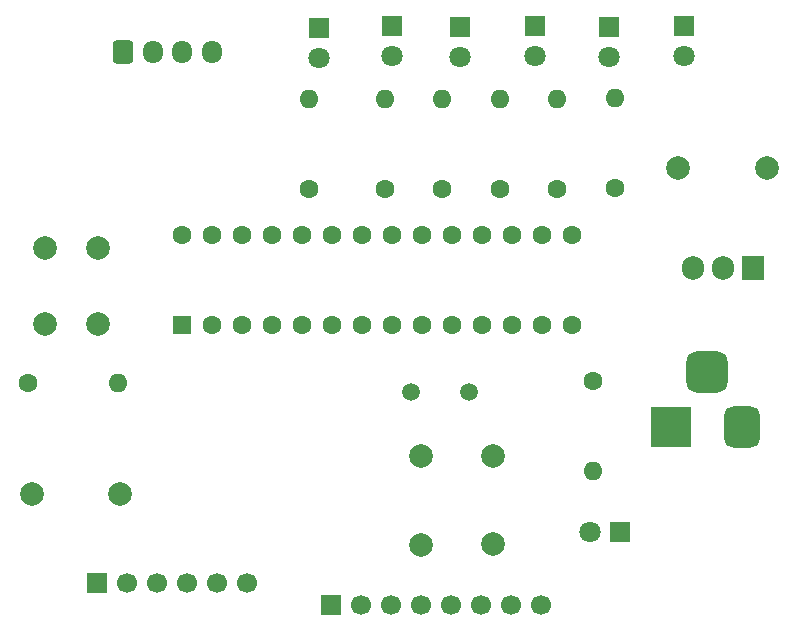
<source format=gbr>
%TF.GenerationSoftware,KiCad,Pcbnew,9.0.1*%
%TF.CreationDate,2025-06-17T17:02:24+01:00*%
%TF.ProjectId,Test_22,54657374-5f32-4322-9e6b-696361645f70,rev?*%
%TF.SameCoordinates,Original*%
%TF.FileFunction,Copper,L1,Top*%
%TF.FilePolarity,Positive*%
%FSLAX46Y46*%
G04 Gerber Fmt 4.6, Leading zero omitted, Abs format (unit mm)*
G04 Created by KiCad (PCBNEW 9.0.1) date 2025-06-17 17:02:24*
%MOMM*%
%LPD*%
G01*
G04 APERTURE LIST*
G04 Aperture macros list*
%AMRoundRect*
0 Rectangle with rounded corners*
0 $1 Rounding radius*
0 $2 $3 $4 $5 $6 $7 $8 $9 X,Y pos of 4 corners*
0 Add a 4 corners polygon primitive as box body*
4,1,4,$2,$3,$4,$5,$6,$7,$8,$9,$2,$3,0*
0 Add four circle primitives for the rounded corners*
1,1,$1+$1,$2,$3*
1,1,$1+$1,$4,$5*
1,1,$1+$1,$6,$7*
1,1,$1+$1,$8,$9*
0 Add four rect primitives between the rounded corners*
20,1,$1+$1,$2,$3,$4,$5,0*
20,1,$1+$1,$4,$5,$6,$7,0*
20,1,$1+$1,$6,$7,$8,$9,0*
20,1,$1+$1,$8,$9,$2,$3,0*%
G04 Aperture macros list end*
%TA.AperFunction,ComponentPad*%
%ADD10C,1.500000*%
%TD*%
%TA.AperFunction,ComponentPad*%
%ADD11C,1.600000*%
%TD*%
%TA.AperFunction,ComponentPad*%
%ADD12O,1.600000X1.600000*%
%TD*%
%TA.AperFunction,ComponentPad*%
%ADD13C,2.000000*%
%TD*%
%TA.AperFunction,ComponentPad*%
%ADD14R,1.800000X1.800000*%
%TD*%
%TA.AperFunction,ComponentPad*%
%ADD15C,1.800000*%
%TD*%
%TA.AperFunction,ComponentPad*%
%ADD16R,3.500000X3.500000*%
%TD*%
%TA.AperFunction,ComponentPad*%
%ADD17RoundRect,0.750000X0.750000X1.000000X-0.750000X1.000000X-0.750000X-1.000000X0.750000X-1.000000X0*%
%TD*%
%TA.AperFunction,ComponentPad*%
%ADD18RoundRect,0.875000X0.875000X0.875000X-0.875000X0.875000X-0.875000X-0.875000X0.875000X-0.875000X0*%
%TD*%
%TA.AperFunction,ComponentPad*%
%ADD19R,1.700000X1.700000*%
%TD*%
%TA.AperFunction,ComponentPad*%
%ADD20C,1.700000*%
%TD*%
%TA.AperFunction,ComponentPad*%
%ADD21RoundRect,0.250000X0.550000X-0.550000X0.550000X0.550000X-0.550000X0.550000X-0.550000X-0.550000X0*%
%TD*%
%TA.AperFunction,ComponentPad*%
%ADD22RoundRect,0.250000X-0.600000X-0.725000X0.600000X-0.725000X0.600000X0.725000X-0.600000X0.725000X0*%
%TD*%
%TA.AperFunction,ComponentPad*%
%ADD23O,1.700000X1.950000*%
%TD*%
%TA.AperFunction,ComponentPad*%
%ADD24R,1.905000X2.000000*%
%TD*%
%TA.AperFunction,ComponentPad*%
%ADD25O,1.905000X2.000000*%
%TD*%
G04 APERTURE END LIST*
D10*
%TO.P,Y1,1,1*%
%TO.N,XTAL2*%
X153980000Y-113300000D03*
%TO.P,Y1,2,2*%
%TO.N,XTAL1*%
X149100000Y-113300000D03*
%TD*%
D11*
%TO.P,R7,1*%
%TO.N,FRONT*%
X151700000Y-96100000D03*
D12*
%TO.P,R7,2*%
%TO.N,Net-(D6-A)*%
X151700000Y-88480000D03*
%TD*%
D13*
%TO.P,SW1,1,1*%
%TO.N,V-*%
X118040000Y-107550000D03*
X118040000Y-101050000D03*
%TO.P,SW1,2,2*%
%TO.N,RST*%
X122540000Y-107550000D03*
X122540000Y-101050000D03*
%TD*%
%TO.P,C4,1*%
%TO.N,Net-(J1-Pin_1)*%
X124450000Y-121900000D03*
%TO.P,C4,2*%
%TO.N,RST*%
X116950000Y-121900000D03*
%TD*%
D14*
%TO.P,D2,1,K*%
%TO.N,V-*%
X166800000Y-125100000D03*
D15*
%TO.P,D2,2,A*%
%TO.N,Net-(D2-A)*%
X164260000Y-125100000D03*
%TD*%
D16*
%TO.P,J4,1*%
%TO.N,V+*%
X171100000Y-116257500D03*
D17*
%TO.P,J4,2*%
%TO.N,GND*%
X177100000Y-116257500D03*
D18*
%TO.P,J4,3*%
%TO.N,N/C*%
X174100000Y-111557500D03*
%TD*%
D11*
%TO.P,R6,1*%
%TO.N,RIGHT*%
X156600000Y-96100000D03*
D12*
%TO.P,R6,2*%
%TO.N,Net-(D5-A)*%
X156600000Y-88480000D03*
%TD*%
D19*
%TO.P,J2,1,Pin_1*%
%TO.N,V+*%
X142260000Y-131300000D03*
D20*
%TO.P,J2,2,Pin_2*%
%TO.N,V-*%
X144800000Y-131300000D03*
%TO.P,J2,3,Pin_3*%
%TO.N,D4*%
X147340000Y-131300000D03*
%TO.P,J2,4,Pin_4*%
%TO.N,D5*%
X149880000Y-131300000D03*
%TO.P,J2,5,Pin_5*%
%TO.N,D6*%
X152420000Y-131300000D03*
%TO.P,J2,6,Pin_6*%
%TO.N,D7*%
X154960000Y-131300000D03*
%TO.P,J2,7,Pin_7*%
%TO.N,RS*%
X157500000Y-131300000D03*
%TO.P,J2,8,Pin_8*%
%TO.N,E*%
X160040000Y-131300000D03*
%TD*%
D21*
%TO.P,U1,1,~{RESET}/PC6*%
%TO.N,RST*%
X129680000Y-107620000D03*
D11*
%TO.P,U1,2,PD0*%
%TO.N,Tx*%
X132220000Y-107620000D03*
%TO.P,U1,3,PD1*%
%TO.N,Rx*%
X134760000Y-107620000D03*
%TO.P,U1,4,PD2*%
%TO.N,D4*%
X137300000Y-107620000D03*
%TO.P,U1,5,PD3*%
%TO.N,D5*%
X139840000Y-107620000D03*
%TO.P,U1,6,PD4*%
%TO.N,D6*%
X142380000Y-107620000D03*
%TO.P,U1,7,VCC*%
%TO.N,V+*%
X144920000Y-107620000D03*
%TO.P,U1,8,GND*%
%TO.N,V-*%
X147460000Y-107620000D03*
%TO.P,U1,9,XTAL1/PB6*%
%TO.N,XTAL1*%
X150000000Y-107620000D03*
%TO.P,U1,10,XTAL2/PB7*%
%TO.N,XTAL2*%
X152540000Y-107620000D03*
%TO.P,U1,11,PD5*%
%TO.N,D7*%
X155080000Y-107620000D03*
%TO.P,U1,12,PD6*%
%TO.N,RS*%
X157620000Y-107620000D03*
%TO.P,U1,13,PD7*%
%TO.N,E*%
X160160000Y-107620000D03*
%TO.P,U1,14,PB0*%
%TO.N,UP*%
X162700000Y-107620000D03*
%TO.P,U1,15,PB1*%
%TO.N,DOWN*%
X162700000Y-100000000D03*
%TO.P,U1,16,PB2*%
%TO.N,LEFT*%
X160160000Y-100000000D03*
%TO.P,U1,17,PB3*%
%TO.N,RIGHT*%
X157620000Y-100000000D03*
%TO.P,U1,18,PB4*%
%TO.N,FRONT*%
X155080000Y-100000000D03*
%TO.P,U1,19,PB5*%
%TO.N,Lbuilt*%
X152540000Y-100000000D03*
%TO.P,U1,20,AVCC*%
%TO.N,V+*%
X150000000Y-100000000D03*
%TO.P,U1,21,AREF*%
X147460000Y-100000000D03*
%TO.P,U1,22,GND*%
%TO.N,V-*%
X144920000Y-100000000D03*
%TO.P,U1,23,PC0*%
%TO.N,BACK*%
X142380000Y-100000000D03*
%TO.P,U1,24,PC1*%
%TO.N,unconnected-(U1-PC1-Pad24)*%
X139840000Y-100000000D03*
%TO.P,U1,25,PC2*%
%TO.N,unconnected-(U1-PC2-Pad25)*%
X137300000Y-100000000D03*
%TO.P,U1,26,PC3*%
%TO.N,unconnected-(U1-PC3-Pad26)*%
X134760000Y-100000000D03*
%TO.P,U1,27,PC4*%
%TO.N,SDA*%
X132220000Y-100000000D03*
%TO.P,U1,28,PC5*%
%TO.N,SCL*%
X129680000Y-100000000D03*
%TD*%
D14*
%TO.P,D6,1,K*%
%TO.N,V-*%
X153200000Y-82350000D03*
D15*
%TO.P,D6,2,A*%
%TO.N,Net-(D6-A)*%
X153200000Y-84890000D03*
%TD*%
D13*
%TO.P,C1,1*%
%TO.N,XTAL1*%
X149900000Y-118700000D03*
%TO.P,C1,2*%
%TO.N,V-*%
X149900000Y-126200000D03*
%TD*%
D11*
%TO.P,R1,1*%
%TO.N,Lbuilt*%
X146900000Y-96100000D03*
D12*
%TO.P,R1,2*%
%TO.N,Net-(D1-A)*%
X146900000Y-88480000D03*
%TD*%
D14*
%TO.P,D3,1,K*%
%TO.N,V-*%
X172200000Y-82250000D03*
D15*
%TO.P,D3,2,A*%
%TO.N,Net-(D3-A)*%
X172200000Y-84790000D03*
%TD*%
D11*
%TO.P,R5,1*%
%TO.N,LEFT*%
X161400000Y-96100000D03*
D12*
%TO.P,R5,2*%
%TO.N,Net-(D4-A)*%
X161400000Y-88480000D03*
%TD*%
D14*
%TO.P,D5,1,K*%
%TO.N,V-*%
X159600000Y-82320000D03*
D15*
%TO.P,D5,2,A*%
%TO.N,Net-(D5-A)*%
X159600000Y-84860000D03*
%TD*%
D14*
%TO.P,D4,1,K*%
%TO.N,V-*%
X165800000Y-82380000D03*
D15*
%TO.P,D4,2,A*%
%TO.N,Net-(D4-A)*%
X165800000Y-84920000D03*
%TD*%
D22*
%TO.P,J3,1,Pin_1*%
%TO.N,V+*%
X124700000Y-84500000D03*
D23*
%TO.P,J3,2,Pin_2*%
%TO.N,V-*%
X127200000Y-84500000D03*
%TO.P,J3,3,Pin_3*%
%TO.N,SCL*%
X129700000Y-84500000D03*
%TO.P,J3,4,Pin_4*%
%TO.N,SDA*%
X132200000Y-84500000D03*
%TD*%
D11*
%TO.P,R8,1*%
%TO.N,BACK*%
X140400000Y-96100000D03*
D12*
%TO.P,R8,2*%
%TO.N,Net-(D7-A)*%
X140400000Y-88480000D03*
%TD*%
D13*
%TO.P,C3,1*%
%TO.N,V+*%
X179200000Y-94300000D03*
%TO.P,C3,2*%
%TO.N,V-*%
X171700000Y-94300000D03*
%TD*%
D24*
%TO.P,Q1,1,D*%
%TO.N,GND*%
X178040000Y-102805000D03*
D25*
%TO.P,Q1,2,G*%
%TO.N,V+*%
X175500000Y-102805000D03*
%TO.P,Q1,3,S*%
%TO.N,V-*%
X172960000Y-102805000D03*
%TD*%
D19*
%TO.P,J1,1,Pin_1*%
%TO.N,Net-(J1-Pin_1)*%
X122500000Y-129400000D03*
D20*
%TO.P,J1,2,Pin_2*%
%TO.N,Rx*%
X125040000Y-129400000D03*
%TO.P,J1,3,Pin_3*%
%TO.N,Tx*%
X127580000Y-129400000D03*
%TO.P,J1,4,Pin_4*%
%TO.N,V+*%
X130120000Y-129400000D03*
%TO.P,J1,5,Pin_5*%
%TO.N,unconnected-(J1-Pin_5-Pad5)*%
X132660000Y-129400000D03*
%TO.P,J1,6,Pin_6*%
%TO.N,V-*%
X135200000Y-129400000D03*
%TD*%
D11*
%TO.P,R3,1*%
%TO.N,UP*%
X164500000Y-112380000D03*
D12*
%TO.P,R3,2*%
%TO.N,Net-(D2-A)*%
X164500000Y-120000000D03*
%TD*%
D13*
%TO.P,C2,1*%
%TO.N,XTAL2*%
X156000000Y-118650000D03*
%TO.P,C2,2*%
%TO.N,V-*%
X156000000Y-126150000D03*
%TD*%
D11*
%TO.P,R2,1*%
%TO.N,V+*%
X116680000Y-112500000D03*
D12*
%TO.P,R2,2*%
%TO.N,RST*%
X124300000Y-112500000D03*
%TD*%
D11*
%TO.P,R4,1*%
%TO.N,DOWN*%
X166300000Y-96000000D03*
D12*
%TO.P,R4,2*%
%TO.N,Net-(D3-A)*%
X166300000Y-88380000D03*
%TD*%
D14*
%TO.P,D1,1,K*%
%TO.N,V-*%
X147500000Y-82320000D03*
D15*
%TO.P,D1,2,A*%
%TO.N,Net-(D1-A)*%
X147500000Y-84860000D03*
%TD*%
D14*
%TO.P,D7,1,K*%
%TO.N,V-*%
X141300000Y-82450000D03*
D15*
%TO.P,D7,2,A*%
%TO.N,Net-(D7-A)*%
X141300000Y-84990000D03*
%TD*%
M02*

</source>
